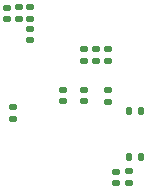
<source format=gbr>
%TF.GenerationSoftware,KiCad,Pcbnew,(6.0.0)*%
%TF.CreationDate,2022-03-30T16:35:39+08:00*%
%TF.ProjectId,USB2_Jtag_Bridge,55534232-5f4a-4746-9167-5f4272696467,rev?*%
%TF.SameCoordinates,Original*%
%TF.FileFunction,Paste,Bot*%
%TF.FilePolarity,Positive*%
%FSLAX46Y46*%
G04 Gerber Fmt 4.6, Leading zero omitted, Abs format (unit mm)*
G04 Created by KiCad (PCBNEW (6.0.0)) date 2022-03-30 16:35:39*
%MOMM*%
%LPD*%
G01*
G04 APERTURE LIST*
G04 Aperture macros list*
%AMRoundRect*
0 Rectangle with rounded corners*
0 $1 Rounding radius*
0 $2 $3 $4 $5 $6 $7 $8 $9 X,Y pos of 4 corners*
0 Add a 4 corners polygon primitive as box body*
4,1,4,$2,$3,$4,$5,$6,$7,$8,$9,$2,$3,0*
0 Add four circle primitives for the rounded corners*
1,1,$1+$1,$2,$3*
1,1,$1+$1,$4,$5*
1,1,$1+$1,$6,$7*
1,1,$1+$1,$8,$9*
0 Add four rect primitives between the rounded corners*
20,1,$1+$1,$2,$3,$4,$5,0*
20,1,$1+$1,$4,$5,$6,$7,0*
20,1,$1+$1,$6,$7,$8,$9,0*
20,1,$1+$1,$8,$9,$2,$3,0*%
G04 Aperture macros list end*
%ADD10RoundRect,0.140000X-0.170000X0.140000X-0.170000X-0.140000X0.170000X-0.140000X0.170000X0.140000X0*%
%ADD11RoundRect,0.140000X0.170000X-0.140000X0.170000X0.140000X-0.170000X0.140000X-0.170000X-0.140000X0*%
%ADD12RoundRect,0.135000X0.185000X-0.135000X0.185000X0.135000X-0.185000X0.135000X-0.185000X-0.135000X0*%
%ADD13RoundRect,0.135000X-0.185000X0.135000X-0.185000X-0.135000X0.185000X-0.135000X0.185000X0.135000X0*%
%ADD14RoundRect,0.140000X0.140000X0.170000X-0.140000X0.170000X-0.140000X-0.170000X0.140000X-0.170000X0*%
G04 APERTURE END LIST*
D10*
%TO.C,C14*%
X134490000Y-68620000D03*
X134490000Y-69580000D03*
%TD*%
D11*
%TO.C,C5*%
X143720000Y-83460000D03*
X143720000Y-82500000D03*
%TD*%
D10*
%TO.C,C9*%
X140960000Y-75580000D03*
X140960000Y-76540000D03*
%TD*%
D12*
%TO.C,R4*%
X144820000Y-83490000D03*
X144820000Y-82470000D03*
%TD*%
D11*
%TO.C,C13*%
X141004681Y-73121884D03*
X141004681Y-72161884D03*
%TD*%
%TO.C,C11*%
X143024681Y-73111885D03*
X143024681Y-72151885D03*
%TD*%
D12*
%TO.C,R11*%
X136460000Y-69620000D03*
X136460000Y-68600000D03*
%TD*%
D13*
%TO.C,R3*%
X143010000Y-75570000D03*
X143010000Y-76590000D03*
%TD*%
D14*
%TO.C,C6*%
X145780000Y-81300000D03*
X144820000Y-81300000D03*
%TD*%
D13*
%TO.C,R10*%
X135450000Y-68590000D03*
X135450000Y-69610000D03*
%TD*%
D12*
%TO.C,Jumper1*%
X134970000Y-78050000D03*
X134970000Y-77030000D03*
%TD*%
D10*
%TO.C,C8*%
X139220000Y-75580000D03*
X139220000Y-76540000D03*
%TD*%
D11*
%TO.C,C12*%
X142009999Y-73120000D03*
X142009999Y-72160000D03*
%TD*%
D10*
%TO.C,C15*%
X136460000Y-70420000D03*
X136460000Y-71380000D03*
%TD*%
D14*
%TO.C,C10*%
X145780000Y-77400000D03*
X144820000Y-77400000D03*
%TD*%
M02*

</source>
